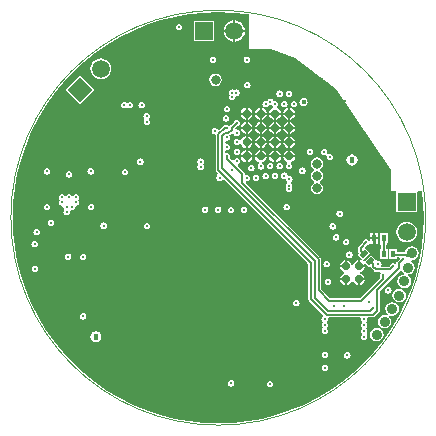
<source format=gbl>
G04 Layer_Physical_Order=4*
G04 Layer_Color=16711680*
%FSLAX44Y44*%
%MOMM*%
G71*
G01*
G75*
%ADD12C,0.0800*%
%ADD21R,0.4000X0.6000*%
%ADD53C,0.2000*%
%ADD55C,0.1500*%
%ADD56C,0.2200*%
%ADD60C,0.7000*%
%ADD61R,0.4500X0.5000*%
%ADD62R,1.5000X1.5000*%
%ADD63C,1.5000*%
%ADD64R,1.5000X1.5000*%
%ADD65P,2.1213X4X90.0*%
%ADD66C,0.3000*%
%ADD67C,0.9000*%
%ADD68C,0.8000*%
%ADD69C,0.4500*%
G04:AMPARAMS|DCode=70|XSize=0.4mm|YSize=0.6mm|CornerRadius=0mm|HoleSize=0mm|Usage=FLASHONLY|Rotation=315.000|XOffset=0mm|YOffset=0mm|HoleType=Round|Shape=Rectangle|*
%AMROTATEDRECTD70*
4,1,4,-0.3535,-0.0707,0.0707,0.3535,0.3535,0.0707,-0.0707,-0.3535,-0.3535,-0.0707,0.0*
%
%ADD70ROTATEDRECTD70*%

G36*
X12415Y173582D02*
X24766Y172255D01*
X25989Y172034D01*
X26000Y172000D01*
Y143000D01*
X45000D01*
X65000Y135000D01*
X100000Y109000D01*
X146000Y40000D01*
Y23000D01*
X150048D01*
X150700Y22000D01*
X150700Y21730D01*
Y4600D01*
X168100D01*
Y21730D01*
X168100Y22000D01*
X168752Y23000D01*
X172444D01*
X173582Y12415D01*
X174026Y0D01*
X173582Y-12415D01*
X172255Y-24766D01*
X170049Y-36992D01*
X166977Y-49029D01*
X163053Y-60816D01*
X158300Y-72293D01*
X152739Y-83402D01*
X146400Y-94086D01*
X139315Y-104290D01*
X131520Y-113963D01*
X123055Y-123055D01*
X113963Y-131520D01*
X104290Y-139315D01*
X94086Y-146400D01*
X83402Y-152739D01*
X72293Y-158300D01*
X60816Y-163053D01*
X49029Y-166977D01*
X36992Y-170049D01*
X24766Y-172255D01*
X12415Y-173582D01*
X0Y-174026D01*
X-12415Y-173582D01*
X-24766Y-172255D01*
X-36992Y-170049D01*
X-49029Y-166977D01*
X-60816Y-163053D01*
X-72293Y-158300D01*
X-83402Y-152739D01*
X-94086Y-146400D01*
X-104290Y-139315D01*
X-113963Y-131520D01*
X-123055Y-123055D01*
X-131520Y-113963D01*
X-139315Y-104290D01*
X-146400Y-94086D01*
X-152739Y-83402D01*
X-158300Y-72293D01*
X-163053Y-60816D01*
X-166977Y-49029D01*
X-170049Y-36992D01*
X-172255Y-24766D01*
X-173582Y-12415D01*
X-174026Y0D01*
X-173582Y12415D01*
X-172255Y24766D01*
X-170049Y36992D01*
X-166977Y49029D01*
X-163053Y60816D01*
X-158300Y72293D01*
X-152739Y83402D01*
X-146400Y94086D01*
X-139315Y104290D01*
X-131520Y113963D01*
X-123055Y123055D01*
X-113963Y131520D01*
X-104290Y139315D01*
X-94086Y146400D01*
X-83402Y152739D01*
X-72293Y158300D01*
X-60816Y163053D01*
X-49029Y166977D01*
X-36992Y170049D01*
X-24766Y172255D01*
X-12415Y173582D01*
X0Y174026D01*
X12415Y173582D01*
D02*
G37*
%LPC*%
G36*
X47950Y38303D02*
X46897Y38093D01*
X46003Y37497D01*
X45407Y36604D01*
X45197Y35550D01*
X45407Y34497D01*
X46003Y33603D01*
X46897Y33007D01*
X47950Y32797D01*
X49004Y33007D01*
X49897Y33603D01*
X50493Y34497D01*
X50703Y35550D01*
X50493Y36604D01*
X49897Y37497D01*
X49004Y38093D01*
X47950Y38303D01*
D02*
G37*
G36*
X-126400Y39353D02*
X-127453Y39143D01*
X-128347Y38547D01*
X-128943Y37654D01*
X-129153Y36600D01*
X-128943Y35547D01*
X-128347Y34653D01*
X-127453Y34057D01*
X-126400Y33847D01*
X-125346Y34057D01*
X-124453Y34653D01*
X-123857Y35547D01*
X-123647Y36600D01*
X-123857Y37654D01*
X-124453Y38547D01*
X-125346Y39143D01*
X-126400Y39353D01*
D02*
G37*
G36*
X31950Y36703D02*
X30896Y36493D01*
X30003Y35897D01*
X29407Y35003D01*
X29197Y33950D01*
X29407Y32896D01*
X30003Y32003D01*
X30896Y31407D01*
X31950Y31197D01*
X33003Y31407D01*
X33897Y32003D01*
X34493Y32896D01*
X34703Y33950D01*
X34493Y35003D01*
X33897Y35897D01*
X33003Y36493D01*
X31950Y36703D01*
D02*
G37*
G36*
X39950Y38203D02*
X38897Y37993D01*
X38003Y37397D01*
X37407Y36504D01*
X37197Y35450D01*
X37407Y34397D01*
X38003Y33503D01*
X38897Y32907D01*
X39950Y32697D01*
X41003Y32907D01*
X41897Y33503D01*
X42493Y34397D01*
X42703Y35450D01*
X42493Y36504D01*
X41897Y37397D01*
X41003Y37993D01*
X39950Y38203D01*
D02*
G37*
G36*
X-79100Y41553D02*
X-80154Y41343D01*
X-81047Y40747D01*
X-81643Y39853D01*
X-81853Y38800D01*
X-81643Y37747D01*
X-81047Y36853D01*
X-80154Y36257D01*
X-79100Y36047D01*
X-78046Y36257D01*
X-77153Y36853D01*
X-76557Y37747D01*
X-76347Y38800D01*
X-76557Y39853D01*
X-77153Y40747D01*
X-78046Y41343D01*
X-79100Y41553D01*
D02*
G37*
G36*
X71250Y42503D02*
X70196Y42293D01*
X69303Y41697D01*
X68707Y40803D01*
X68497Y39750D01*
X68707Y38696D01*
X69303Y37803D01*
X70196Y37207D01*
X71250Y36997D01*
X72304Y37207D01*
X73197Y37803D01*
X73793Y38696D01*
X74003Y39750D01*
X73793Y40803D01*
X73197Y41697D01*
X72304Y42293D01*
X71250Y42503D01*
D02*
G37*
G36*
X27900Y44853D02*
X26846Y44643D01*
X25953Y44047D01*
X25357Y43154D01*
X25147Y42100D01*
X25357Y41047D01*
X25953Y40153D01*
X26846Y39557D01*
X27900Y39347D01*
X28953Y39557D01*
X29847Y40153D01*
X30443Y41047D01*
X30653Y42100D01*
X30443Y43154D01*
X29847Y44047D01*
X28953Y44643D01*
X27900Y44853D01*
D02*
G37*
G36*
X-145000Y41953D02*
X-146053Y41743D01*
X-146947Y41147D01*
X-147543Y40254D01*
X-147753Y39200D01*
X-147543Y38147D01*
X-146947Y37253D01*
X-146053Y36657D01*
X-145000Y36447D01*
X-143947Y36657D01*
X-143053Y37253D01*
X-142457Y38147D01*
X-142247Y39200D01*
X-142457Y40254D01*
X-143053Y41147D01*
X-143947Y41743D01*
X-145000Y41953D01*
D02*
G37*
G36*
X-108100D02*
X-109153Y41743D01*
X-110047Y41147D01*
X-110643Y40254D01*
X-110853Y39200D01*
X-110643Y38147D01*
X-110047Y37253D01*
X-109153Y36657D01*
X-108100Y36447D01*
X-107046Y36657D01*
X-106153Y37253D01*
X-105557Y38147D01*
X-105347Y39200D01*
X-105557Y40254D01*
X-106153Y41147D01*
X-107046Y41743D01*
X-108100Y41953D01*
D02*
G37*
G36*
X-100Y9553D02*
X-1154Y9343D01*
X-2047Y8747D01*
X-2643Y7854D01*
X-2853Y6800D01*
X-2643Y5746D01*
X-2047Y4853D01*
X-1154Y4257D01*
X-100Y4047D01*
X953Y4257D01*
X1847Y4853D01*
X2443Y5746D01*
X2653Y6800D01*
X2443Y7854D01*
X1847Y8747D01*
X953Y9343D01*
X-100Y9553D01*
D02*
G37*
G36*
X-145000Y11753D02*
X-146053Y11543D01*
X-146947Y10947D01*
X-147543Y10053D01*
X-147753Y9000D01*
X-147543Y7947D01*
X-146947Y7053D01*
X-146053Y6457D01*
X-145000Y6247D01*
X-143947Y6457D01*
X-143053Y7053D01*
X-142457Y7947D01*
X-142247Y9000D01*
X-142457Y10053D01*
X-143053Y10947D01*
X-143947Y11543D01*
X-145000Y11753D01*
D02*
G37*
G36*
X21900Y9453D02*
X20847Y9243D01*
X19953Y8647D01*
X19357Y7753D01*
X19147Y6700D01*
X19357Y5646D01*
X19953Y4753D01*
X20847Y4157D01*
X21900Y3947D01*
X22954Y4157D01*
X23847Y4753D01*
X24443Y5646D01*
X24653Y6700D01*
X24443Y7753D01*
X23847Y8647D01*
X22954Y9243D01*
X21900Y9453D01*
D02*
G37*
G36*
X-11100Y9553D02*
X-12154Y9343D01*
X-13047Y8747D01*
X-13643Y7854D01*
X-13853Y6800D01*
X-13643Y5746D01*
X-13047Y4853D01*
X-12154Y4257D01*
X-11100Y4047D01*
X-10046Y4257D01*
X-9153Y4853D01*
X-8557Y5746D01*
X-8347Y6800D01*
X-8557Y7854D01*
X-9153Y8747D01*
X-10046Y9343D01*
X-11100Y9553D01*
D02*
G37*
G36*
X57800Y11853D02*
X56747Y11643D01*
X55853Y11047D01*
X55257Y10153D01*
X55047Y9100D01*
X55257Y8047D01*
X55853Y7153D01*
X56747Y6557D01*
X57800Y6347D01*
X58854Y6557D01*
X59747Y7153D01*
X60343Y8047D01*
X60553Y9100D01*
X60343Y10153D01*
X59747Y11047D01*
X58854Y11643D01*
X57800Y11853D01*
D02*
G37*
G36*
X83600Y51102D02*
X81571Y50698D01*
X79851Y49549D01*
X78702Y47829D01*
X78298Y45800D01*
X78702Y43771D01*
X79851Y42051D01*
X80805Y41414D01*
Y39886D01*
X79851Y39249D01*
X78702Y37529D01*
X78298Y35500D01*
X78702Y33471D01*
X79851Y31751D01*
X80887Y31058D01*
Y29541D01*
X79851Y28849D01*
X78702Y27129D01*
X78298Y25100D01*
X78702Y23071D01*
X79851Y21351D01*
X81571Y20202D01*
X83600Y19798D01*
X85629Y20202D01*
X87349Y21351D01*
X88498Y23071D01*
X88902Y25100D01*
X88498Y27129D01*
X87349Y28849D01*
X86313Y29541D01*
Y31058D01*
X87349Y31751D01*
X88498Y33471D01*
X88902Y35500D01*
X88498Y37529D01*
X87349Y39249D01*
X86395Y39886D01*
Y41414D01*
X87349Y42051D01*
X88498Y43771D01*
X88902Y45800D01*
X88498Y47829D01*
X87349Y49549D01*
X85629Y50698D01*
X83600Y51102D01*
D02*
G37*
G36*
X55950Y38403D02*
X54896Y38193D01*
X54003Y37597D01*
X53407Y36704D01*
X53197Y35650D01*
X53407Y34597D01*
X54003Y33703D01*
X54896Y33107D01*
X55950Y32897D01*
X56222Y32951D01*
X57233Y32661D01*
X57562Y32021D01*
X57657Y31546D01*
X58213Y30713D01*
X58251Y30650D01*
X58179Y29446D01*
X58163Y29186D01*
X57953Y29047D01*
X57357Y28154D01*
X57147Y27100D01*
X57357Y26047D01*
X57555Y25750D01*
X57357Y25454D01*
X57147Y24400D01*
X57357Y23347D01*
X57953Y22453D01*
X58847Y21857D01*
X59900Y21647D01*
X60953Y21857D01*
X61847Y22453D01*
X62443Y23347D01*
X62653Y24400D01*
X62443Y25454D01*
X62245Y25750D01*
X62443Y26047D01*
X62653Y27100D01*
X62492Y27910D01*
X62443Y28154D01*
X61887Y28987D01*
X61849Y29050D01*
X61921Y30254D01*
X61937Y30514D01*
X62147Y30653D01*
X62743Y31546D01*
X62953Y32600D01*
X62743Y33654D01*
X62147Y34547D01*
X61253Y35143D01*
X60200Y35353D01*
X59928Y35299D01*
X58917Y35589D01*
X58588Y36229D01*
X58493Y36704D01*
X57897Y37597D01*
X57003Y38193D01*
X55950Y38403D01*
D02*
G37*
G36*
X-107600Y11953D02*
X-108653Y11743D01*
X-109547Y11147D01*
X-110143Y10253D01*
X-110353Y9200D01*
X-110143Y8146D01*
X-109547Y7253D01*
X-108653Y6657D01*
X-107600Y6447D01*
X-106546Y6657D01*
X-105653Y7253D01*
X-105057Y8146D01*
X-104847Y9200D01*
X-105057Y10253D01*
X-105653Y11147D01*
X-106546Y11743D01*
X-107600Y11953D01*
D02*
G37*
G36*
X-120500Y19953D02*
X-121553Y19743D01*
X-122447Y19147D01*
X-122763Y18673D01*
X-124102Y18621D01*
X-124189Y18651D01*
X-124453Y19047D01*
X-125346Y19643D01*
X-126400Y19853D01*
X-127453Y19643D01*
X-128346Y19047D01*
X-128661Y18576D01*
X-128903Y18511D01*
X-130016Y18555D01*
X-130072Y18576D01*
X-130453Y19147D01*
X-131346Y19743D01*
X-132400Y19953D01*
X-133453Y19743D01*
X-134346Y19147D01*
X-134943Y18254D01*
X-135153Y17200D01*
X-134943Y16147D01*
X-134910Y16097D01*
X-134422Y15100D01*
X-134910Y14103D01*
X-134943Y14053D01*
X-135153Y13000D01*
X-134943Y11947D01*
X-134347Y11053D01*
X-133454Y10457D01*
X-132400Y10247D01*
X-132233Y10280D01*
X-131153Y9200D01*
X-131153Y9200D01*
X-130943Y8146D01*
X-130911Y8097D01*
X-130422Y7100D01*
X-130911Y6103D01*
X-130943Y6054D01*
X-131153Y5000D01*
X-130943Y3947D01*
X-130347Y3053D01*
X-129453Y2457D01*
X-128400Y2247D01*
X-127346Y2457D01*
X-126453Y3053D01*
X-125857Y3947D01*
X-125647Y5000D01*
X-125759Y5561D01*
X-125732Y5618D01*
X-124818Y6532D01*
X-124761Y6559D01*
X-124200Y6447D01*
X-123146Y6657D01*
X-122253Y7253D01*
X-121657Y8146D01*
X-121447Y9200D01*
X-120400Y10247D01*
X-119347Y10457D01*
X-118453Y11053D01*
X-117857Y11947D01*
X-117647Y13000D01*
X-117857Y14053D01*
X-117920Y14149D01*
X-118553Y15253D01*
X-117957Y16147D01*
X-117747Y17200D01*
X-117957Y18254D01*
X-118553Y19147D01*
X-119446Y19743D01*
X-120500Y19953D01*
D02*
G37*
G36*
X89670Y58163D02*
X88617Y57953D01*
X87723Y57357D01*
X87127Y56463D01*
X86917Y55410D01*
X87127Y54356D01*
X87723Y53463D01*
X88617Y52867D01*
X89670Y52657D01*
X90723Y52867D01*
X90969Y53031D01*
X91252Y52889D01*
X91999Y52191D01*
X91847Y51430D01*
X92057Y50377D01*
X92653Y49483D01*
X93546Y48887D01*
X94600Y48677D01*
X95653Y48887D01*
X96547Y49483D01*
X97143Y50377D01*
X97353Y51430D01*
X97143Y52484D01*
X96547Y53377D01*
X95653Y53973D01*
X94600Y54183D01*
X93546Y53973D01*
X93301Y53809D01*
X93018Y53951D01*
X92271Y54649D01*
X92423Y55410D01*
X92213Y56463D01*
X91617Y57357D01*
X90723Y57953D01*
X89670Y58163D01*
D02*
G37*
G36*
X23200Y56949D02*
X21999Y56710D01*
X20345Y55605D01*
X19240Y53951D01*
X19001Y52750D01*
X23200D01*
Y56949D01*
D02*
G37*
G36*
X47200Y51250D02*
X43001D01*
X43240Y50049D01*
X44345Y48395D01*
X45999Y47290D01*
X47200Y47051D01*
Y51250D01*
D02*
G37*
G36*
X52899D02*
X48700D01*
Y47051D01*
X49901Y47290D01*
X51555Y48395D01*
X52660Y50049D01*
X52899Y51250D01*
D02*
G37*
G36*
X24700Y56949D02*
Y52750D01*
X28899D01*
X28660Y53951D01*
X27555Y55605D01*
X25901Y56710D01*
X24700Y56949D01*
D02*
G37*
G36*
X47200D02*
X45999Y56710D01*
X44345Y55605D01*
X43240Y53951D01*
X43001Y52750D01*
X47200D01*
Y56949D01*
D02*
G37*
G36*
X48700D02*
Y52750D01*
X52899D01*
X52660Y53951D01*
X51555Y55605D01*
X49901Y56710D01*
X48700Y56949D01*
D02*
G37*
G36*
X35200D02*
X33999Y56710D01*
X32345Y55605D01*
X31240Y53951D01*
X31001Y52750D01*
X35200D01*
Y56949D01*
D02*
G37*
G36*
X36700D02*
Y52750D01*
X40899D01*
X40660Y53951D01*
X39555Y55605D01*
X37901Y56710D01*
X36700Y56949D01*
D02*
G37*
G36*
X43950Y46403D02*
X42896Y46193D01*
X42003Y45597D01*
X41407Y44703D01*
X41197Y43650D01*
X41407Y42597D01*
X42003Y41703D01*
X42896Y41107D01*
X43950Y40897D01*
X45003Y41107D01*
X45897Y41703D01*
X46493Y42597D01*
X46703Y43650D01*
X46493Y44703D01*
X45897Y45597D01*
X45003Y46193D01*
X43950Y46403D01*
D02*
G37*
G36*
X64899Y51250D02*
X55001D01*
X55240Y50049D01*
X56345Y48395D01*
X57999Y47290D01*
X58079Y47274D01*
X58347Y45926D01*
X58003Y45697D01*
X57407Y44804D01*
X57197Y43750D01*
X57407Y42696D01*
X58003Y41803D01*
X58896Y41207D01*
X59950Y40997D01*
X61003Y41207D01*
X61897Y41803D01*
X62493Y42696D01*
X62703Y43750D01*
X62493Y44804D01*
X61897Y45697D01*
X61553Y45926D01*
X61821Y47274D01*
X61901Y47290D01*
X63555Y48395D01*
X64660Y50049D01*
X64899Y51250D01*
D02*
G37*
G36*
X-14900Y50253D02*
X-15954Y50043D01*
X-16847Y49447D01*
X-17443Y48554D01*
X-17653Y47500D01*
X-17443Y46446D01*
X-17349Y46305D01*
X-16963Y45288D01*
X-17364Y44372D01*
X-17483Y44194D01*
X-17693Y43140D01*
X-17483Y42087D01*
X-16887Y41193D01*
X-15993Y40597D01*
X-14940Y40387D01*
X-13886Y40597D01*
X-12993Y41193D01*
X-12397Y42087D01*
X-12187Y43140D01*
X-12397Y44194D01*
X-12993Y45087D01*
Y45527D01*
X-12953Y45553D01*
X-12357Y46446D01*
X-12147Y47500D01*
X-12357Y48554D01*
X-12953Y49447D01*
X-13846Y50043D01*
X-14900Y50253D01*
D02*
G37*
G36*
X40899Y51250D02*
X31001D01*
X31240Y50049D01*
X32345Y48395D01*
X33999Y47290D01*
X34559Y47179D01*
X34698Y46691D01*
X34693Y45857D01*
X34003Y45397D01*
X33407Y44503D01*
X33197Y43450D01*
X33407Y42396D01*
X34003Y41503D01*
X34897Y40907D01*
X35950Y40697D01*
X37004Y40907D01*
X37897Y41503D01*
X38493Y42396D01*
X38703Y43450D01*
X38493Y44503D01*
X37897Y45397D01*
X37207Y45857D01*
X37202Y46691D01*
X37341Y47179D01*
X37901Y47290D01*
X39555Y48395D01*
X40660Y50049D01*
X40899Y51250D01*
D02*
G37*
G36*
X51950Y46503D02*
X50897Y46293D01*
X50003Y45697D01*
X49407Y44804D01*
X49197Y43750D01*
X49407Y42696D01*
X50003Y41803D01*
X50897Y41207D01*
X51950Y40997D01*
X53004Y41207D01*
X53897Y41803D01*
X54493Y42696D01*
X54703Y43750D01*
X54493Y44804D01*
X53897Y45697D01*
X53004Y46293D01*
X51950Y46503D01*
D02*
G37*
G36*
X23200Y51250D02*
X19001D01*
X19240Y50049D01*
X20345Y48395D01*
X21999Y47290D01*
X23200Y47051D01*
Y51250D01*
D02*
G37*
G36*
X28899D02*
X24700D01*
Y47051D01*
X25901Y47290D01*
X27555Y48395D01*
X28660Y50049D01*
X28899Y51250D01*
D02*
G37*
G36*
X113150Y53542D02*
X111316Y53177D01*
X110228Y52450D01*
X109700D01*
Y52046D01*
X108723Y50584D01*
X108358Y48750D01*
X108723Y46916D01*
X109700Y45454D01*
Y45050D01*
X110228D01*
X111316Y44323D01*
X113150Y43958D01*
X114984Y44323D01*
X116072Y45050D01*
X116600D01*
Y45454D01*
X117577Y46916D01*
X117942Y48750D01*
X117577Y50584D01*
X116600Y52046D01*
Y52450D01*
X116072D01*
X114984Y53177D01*
X113150Y53542D01*
D02*
G37*
G36*
X-66100Y50253D02*
X-67154Y50043D01*
X-68047Y49447D01*
X-68643Y48554D01*
X-68853Y47500D01*
X-68643Y46446D01*
X-68047Y45553D01*
X-67154Y44957D01*
X-66100Y44747D01*
X-65047Y44957D01*
X-64153Y45553D01*
X-63557Y46446D01*
X-63347Y47500D01*
X-63557Y48554D01*
X-64153Y49447D01*
X-65047Y50043D01*
X-66100Y50253D01*
D02*
G37*
G36*
X107150Y-52850D02*
X102951D01*
X103190Y-54051D01*
X104295Y-55705D01*
X105949Y-56810D01*
X107150Y-57049D01*
Y-52850D01*
D02*
G37*
G36*
X123849D02*
X119650D01*
Y-57049D01*
X120851Y-56810D01*
X122505Y-55705D01*
X123610Y-54051D01*
X123849Y-52850D01*
D02*
G37*
G36*
X66100Y-69347D02*
X65047Y-69557D01*
X64153Y-70153D01*
X63557Y-71047D01*
X63347Y-72100D01*
X63557Y-73154D01*
X64153Y-74047D01*
X65047Y-74643D01*
X66100Y-74853D01*
X67154Y-74643D01*
X68047Y-74047D01*
X68643Y-73154D01*
X68853Y-72100D01*
X68643Y-71047D01*
X68047Y-70153D01*
X67154Y-69557D01*
X66100Y-69347D01*
D02*
G37*
G36*
X144000Y-58847D02*
X142947Y-59057D01*
X142053Y-59653D01*
X141457Y-60546D01*
X141247Y-61600D01*
X141457Y-62653D01*
X142053Y-63547D01*
X142947Y-64143D01*
X144000Y-64353D01*
X145054Y-64143D01*
X145947Y-63547D01*
X146543Y-62653D01*
X146753Y-61600D01*
X146543Y-60546D01*
X145947Y-59653D01*
X145054Y-59057D01*
X144000Y-58847D01*
D02*
G37*
G36*
X92700Y-51347D02*
X91646Y-51557D01*
X90753Y-52153D01*
X90157Y-53046D01*
X89947Y-54100D01*
X90157Y-55153D01*
X90753Y-56047D01*
X91646Y-56643D01*
X92700Y-56853D01*
X93753Y-56643D01*
X94647Y-56047D01*
X95243Y-55153D01*
X95453Y-54100D01*
X95243Y-53046D01*
X94647Y-52153D01*
X93753Y-51557D01*
X92700Y-51347D01*
D02*
G37*
G36*
X107150Y-36151D02*
X105949Y-36390D01*
X104295Y-37495D01*
X103190Y-39149D01*
X102951Y-40350D01*
X107150D01*
Y-36151D01*
D02*
G37*
G36*
X118150Y-36151D02*
X116949Y-36390D01*
X115295Y-37495D01*
X114190Y-39149D01*
X114047Y-39866D01*
X112753D01*
X112610Y-39149D01*
X111505Y-37495D01*
X109851Y-36390D01*
X108650Y-36151D01*
Y-41100D01*
X107900D01*
Y-41850D01*
X102951D01*
X103190Y-43051D01*
X104295Y-44705D01*
X105949Y-45810D01*
X106666Y-45953D01*
Y-47248D01*
X105949Y-47390D01*
X104295Y-48495D01*
X103190Y-50149D01*
X102951Y-51350D01*
X107900D01*
Y-52100D01*
X108650D01*
Y-57049D01*
X109851Y-56810D01*
X111505Y-55705D01*
X112610Y-54051D01*
X112753Y-53334D01*
X114047D01*
X114190Y-54051D01*
X115295Y-55705D01*
X116949Y-56810D01*
X118150Y-57049D01*
Y-52100D01*
X118900D01*
Y-51350D01*
X123849D01*
X123610Y-50149D01*
X122505Y-48495D01*
X120851Y-47390D01*
X120134Y-47248D01*
Y-45953D01*
X120851Y-45810D01*
X122505Y-44705D01*
X123610Y-43051D01*
X123849Y-41850D01*
X118900D01*
Y-41100D01*
X118150D01*
Y-36151D01*
D02*
G37*
G36*
X-155100Y-40447D02*
X-156153Y-40657D01*
X-157047Y-41253D01*
X-157643Y-42147D01*
X-157853Y-43200D01*
X-157643Y-44254D01*
X-157047Y-45147D01*
X-156153Y-45743D01*
X-155100Y-45953D01*
X-154046Y-45743D01*
X-153153Y-45147D01*
X-152557Y-44254D01*
X-152347Y-43200D01*
X-152557Y-42147D01*
X-153153Y-41253D01*
X-154046Y-40657D01*
X-155100Y-40447D01*
D02*
G37*
G36*
X91600Y-36347D02*
X90547Y-36557D01*
X89653Y-37153D01*
X89057Y-38047D01*
X88847Y-39100D01*
X89057Y-40153D01*
X89653Y-41047D01*
X90547Y-41643D01*
X91600Y-41853D01*
X92654Y-41643D01*
X93547Y-41047D01*
X94143Y-40153D01*
X94353Y-39100D01*
X94143Y-38047D01*
X93547Y-37153D01*
X92654Y-36557D01*
X91600Y-36347D01*
D02*
G37*
G36*
X90400Y-124347D02*
X89347Y-124557D01*
X88453Y-125153D01*
X87857Y-126046D01*
X87647Y-127100D01*
X87857Y-128153D01*
X88453Y-129047D01*
X89347Y-129643D01*
X90400Y-129853D01*
X91454Y-129643D01*
X92347Y-129047D01*
X92943Y-128153D01*
X93153Y-127100D01*
X92943Y-126046D01*
X92347Y-125153D01*
X91454Y-124557D01*
X90400Y-124347D01*
D02*
G37*
G36*
X109200Y-113847D02*
X108146Y-114057D01*
X107253Y-114653D01*
X106657Y-115547D01*
X106447Y-116600D01*
X106657Y-117654D01*
X107253Y-118547D01*
X108146Y-119143D01*
X109200Y-119353D01*
X110253Y-119143D01*
X111147Y-118547D01*
X111743Y-117654D01*
X111953Y-116600D01*
X111743Y-115547D01*
X111147Y-114653D01*
X110253Y-114057D01*
X109200Y-113847D01*
D02*
G37*
G36*
X43800Y-138247D02*
X42747Y-138457D01*
X41853Y-139053D01*
X41257Y-139946D01*
X41047Y-141000D01*
X41257Y-142053D01*
X41853Y-142947D01*
X42747Y-143543D01*
X43800Y-143753D01*
X44854Y-143543D01*
X45747Y-142947D01*
X46343Y-142053D01*
X46553Y-141000D01*
X46343Y-139946D01*
X45747Y-139053D01*
X44854Y-138457D01*
X43800Y-138247D01*
D02*
G37*
G36*
X10900Y-137547D02*
X9847Y-137757D01*
X8953Y-138353D01*
X8357Y-139247D01*
X8147Y-140300D01*
X8357Y-141354D01*
X8953Y-142247D01*
X9847Y-142843D01*
X10900Y-143053D01*
X11954Y-142843D01*
X12847Y-142247D01*
X13443Y-141354D01*
X13653Y-140300D01*
X13443Y-139247D01*
X12847Y-138353D01*
X11954Y-137757D01*
X10900Y-137547D01*
D02*
G37*
G36*
X90300Y-113347D02*
X89247Y-113557D01*
X88353Y-114153D01*
X87757Y-115047D01*
X87547Y-116100D01*
X87757Y-117154D01*
X88353Y-118047D01*
X89247Y-118643D01*
X90300Y-118853D01*
X91354Y-118643D01*
X92247Y-118047D01*
X92843Y-117154D01*
X93053Y-116100D01*
X92843Y-115047D01*
X92247Y-114153D01*
X91354Y-113557D01*
X90300Y-113347D01*
D02*
G37*
G36*
X-114400Y-80747D02*
X-115454Y-80957D01*
X-116347Y-81553D01*
X-116943Y-82446D01*
X-117153Y-83500D01*
X-116943Y-84553D01*
X-116347Y-85447D01*
X-115454Y-86043D01*
X-114400Y-86253D01*
X-113347Y-86043D01*
X-112453Y-85447D01*
X-111857Y-84553D01*
X-111647Y-83500D01*
X-111857Y-82446D01*
X-112453Y-81553D01*
X-113347Y-80957D01*
X-114400Y-80747D01*
D02*
G37*
G36*
X147200Y-71388D02*
X144976Y-71831D01*
X143090Y-73091D01*
X141831Y-74976D01*
X141388Y-77200D01*
X141831Y-79424D01*
X143090Y-81309D01*
X143427Y-81534D01*
X142924Y-82631D01*
X140700Y-82188D01*
X138476Y-82631D01*
X136590Y-83890D01*
X135330Y-85776D01*
X134888Y-88000D01*
X135330Y-90224D01*
X136590Y-92109D01*
X138476Y-93369D01*
X140700Y-93812D01*
X142924Y-93369D01*
X144809Y-92109D01*
X146069Y-90224D01*
X146511Y-88000D01*
X146069Y-85776D01*
X144809Y-83890D01*
X144473Y-83665D01*
X144976Y-82569D01*
X147200Y-83012D01*
X149424Y-82569D01*
X151309Y-81309D01*
X152569Y-79424D01*
X153012Y-77200D01*
X152569Y-74976D01*
X151309Y-73091D01*
X149424Y-71831D01*
X147200Y-71388D01*
D02*
G37*
G36*
X-103747Y-96095D02*
X-105580Y-96460D01*
X-106669Y-97187D01*
X-107196D01*
Y-97590D01*
X-108174Y-99053D01*
X-108539Y-100887D01*
X-108174Y-102721D01*
X-107196Y-104183D01*
Y-104587D01*
X-106669D01*
X-105580Y-105314D01*
X-103747Y-105679D01*
X-101913Y-105314D01*
X-100824Y-104587D01*
X-100296D01*
Y-104183D01*
X-99319Y-102721D01*
X-98954Y-100887D01*
X-99319Y-99053D01*
X-100296Y-97590D01*
Y-97187D01*
X-100824D01*
X-101913Y-96460D01*
X-103747Y-96095D01*
D02*
G37*
G36*
X134200Y-93188D02*
X131976Y-93631D01*
X130091Y-94890D01*
X128831Y-96776D01*
X128388Y-99000D01*
X128831Y-101224D01*
X130091Y-103110D01*
X131976Y-104369D01*
X134200Y-104812D01*
X136424Y-104369D01*
X138309Y-103110D01*
X139569Y-101224D01*
X140012Y-99000D01*
X139569Y-96776D01*
X138309Y-94890D01*
X136424Y-93631D01*
X134200Y-93188D01*
D02*
G37*
G36*
X-153800Y-9447D02*
X-154853Y-9657D01*
X-155747Y-10253D01*
X-156343Y-11147D01*
X-156553Y-12200D01*
X-156343Y-13254D01*
X-155747Y-14147D01*
X-154853Y-14743D01*
X-153800Y-14953D01*
X-152746Y-14743D01*
X-151853Y-14147D01*
X-151257Y-13254D01*
X-151047Y-12200D01*
X-151257Y-11147D01*
X-151853Y-10253D01*
X-152746Y-9657D01*
X-153800Y-9447D01*
D02*
G37*
G36*
X96700Y-4647D02*
X95646Y-4857D01*
X94753Y-5453D01*
X94157Y-6346D01*
X93947Y-7400D01*
X94157Y-8454D01*
X94753Y-9347D01*
X95646Y-9943D01*
X96700Y-10153D01*
X97753Y-9943D01*
X98647Y-9347D01*
X99243Y-8454D01*
X99453Y-7400D01*
X99243Y-6346D01*
X98647Y-5453D01*
X97753Y-4857D01*
X96700Y-4647D01*
D02*
G37*
G36*
X131350Y-12900D02*
X128600D01*
Y-16650D01*
X131350D01*
Y-12900D01*
D02*
G37*
G36*
X135600D02*
X132850D01*
Y-16650D01*
X135600D01*
Y-12900D01*
D02*
G37*
G36*
X-60300Y-4147D02*
X-61354Y-4357D01*
X-62247Y-4953D01*
X-62843Y-5846D01*
X-63053Y-6900D01*
X-62843Y-7954D01*
X-62247Y-8847D01*
X-61354Y-9443D01*
X-60300Y-9653D01*
X-59247Y-9443D01*
X-58353Y-8847D01*
X-57757Y-7954D01*
X-57547Y-6900D01*
X-57757Y-5846D01*
X-58353Y-4953D01*
X-59247Y-4357D01*
X-60300Y-4147D01*
D02*
G37*
G36*
X102800Y6253D02*
X101747Y6043D01*
X100853Y5447D01*
X100257Y4554D01*
X100047Y3500D01*
X100257Y2447D01*
X100853Y1553D01*
X101747Y957D01*
X102800Y747D01*
X103854Y957D01*
X104747Y1553D01*
X105343Y2447D01*
X105553Y3500D01*
X105343Y4554D01*
X104747Y5447D01*
X103854Y6043D01*
X102800Y6253D01*
D02*
G37*
G36*
X10600Y9353D02*
X9546Y9143D01*
X8653Y8547D01*
X8057Y7653D01*
X7847Y6600D01*
X8057Y5547D01*
X8653Y4653D01*
X9546Y4057D01*
X10600Y3847D01*
X11653Y4057D01*
X12547Y4653D01*
X13143Y5547D01*
X13353Y6600D01*
X13143Y7653D01*
X12547Y8547D01*
X11653Y9143D01*
X10600Y9353D01*
D02*
G37*
G36*
X-97100Y-3947D02*
X-98153Y-4157D01*
X-99047Y-4753D01*
X-99643Y-5646D01*
X-99853Y-6700D01*
X-99643Y-7753D01*
X-99047Y-8647D01*
X-98153Y-9243D01*
X-97100Y-9453D01*
X-96046Y-9243D01*
X-95153Y-8647D01*
X-94557Y-7753D01*
X-94347Y-6700D01*
X-94557Y-5646D01*
X-95153Y-4753D01*
X-96046Y-4157D01*
X-97100Y-3947D01*
D02*
G37*
G36*
X-141600Y-1447D02*
X-142654Y-1657D01*
X-143547Y-2253D01*
X-144143Y-3146D01*
X-144353Y-4200D01*
X-144143Y-5253D01*
X-143547Y-6147D01*
X-142654Y-6743D01*
X-141600Y-6953D01*
X-140547Y-6743D01*
X-139653Y-6147D01*
X-139057Y-5253D01*
X-138847Y-4200D01*
X-139057Y-3146D01*
X-139653Y-2253D01*
X-140547Y-1657D01*
X-141600Y-1447D01*
D02*
G37*
G36*
X143300Y-13200D02*
X136900D01*
Y-21600D01*
X137001D01*
X137247Y-21900D01*
X137457Y-22954D01*
X137757Y-23403D01*
Y-26200D01*
X136900D01*
Y-34600D01*
X143300D01*
Y-26200D01*
X142243D01*
Y-23403D01*
X142543Y-22954D01*
X142753Y-21900D01*
X142999Y-21600D01*
X143300D01*
Y-13200D01*
D02*
G37*
G36*
X110900Y-28547D02*
X109846Y-28757D01*
X108953Y-29353D01*
X108357Y-30247D01*
X108147Y-31300D01*
X108357Y-32353D01*
X108953Y-33247D01*
X109846Y-33843D01*
X110900Y-34053D01*
X111953Y-33843D01*
X112847Y-33247D01*
X113443Y-32353D01*
X113653Y-31300D01*
X113443Y-30247D01*
X112847Y-29353D01*
X111953Y-28757D01*
X110900Y-28547D01*
D02*
G37*
G36*
X-114400Y-30487D02*
X-115454Y-30697D01*
X-116347Y-31293D01*
X-116943Y-32187D01*
X-117153Y-33240D01*
X-116943Y-34293D01*
X-116347Y-35187D01*
X-115454Y-35783D01*
X-114400Y-35993D01*
X-113347Y-35783D01*
X-112453Y-35187D01*
X-111857Y-34293D01*
X-111647Y-33240D01*
X-111857Y-32187D01*
X-112453Y-31293D01*
X-113347Y-30697D01*
X-114400Y-30487D01*
D02*
G37*
G36*
X-127100Y-30347D02*
X-128153Y-30557D01*
X-129047Y-31153D01*
X-129643Y-32046D01*
X-129853Y-33100D01*
X-129643Y-34153D01*
X-129047Y-35047D01*
X-128153Y-35643D01*
X-127100Y-35853D01*
X-126046Y-35643D01*
X-125153Y-35047D01*
X-124557Y-34153D01*
X-124347Y-33100D01*
X-124557Y-32046D01*
X-125153Y-31153D01*
X-126046Y-30557D01*
X-127100Y-30347D01*
D02*
G37*
G36*
X-155600Y-19647D02*
X-156653Y-19857D01*
X-157547Y-20453D01*
X-158143Y-21346D01*
X-158353Y-22400D01*
X-158143Y-23454D01*
X-157547Y-24347D01*
X-156653Y-24943D01*
X-155600Y-25153D01*
X-154546Y-24943D01*
X-153653Y-24347D01*
X-153057Y-23454D01*
X-152847Y-22400D01*
X-153057Y-21346D01*
X-153653Y-20453D01*
X-154546Y-19857D01*
X-155600Y-19647D01*
D02*
G37*
G36*
X159400Y-3325D02*
X157129Y-3624D01*
X155013Y-4501D01*
X153195Y-5895D01*
X151801Y-7713D01*
X150924Y-9829D01*
X150625Y-12100D01*
X150924Y-14371D01*
X151801Y-16487D01*
X153195Y-18305D01*
X155013Y-19699D01*
X157129Y-20576D01*
X159400Y-20875D01*
X161671Y-20576D01*
X163788Y-19699D01*
X165605Y-18305D01*
X166999Y-16487D01*
X167876Y-14371D01*
X168175Y-12100D01*
X167876Y-9829D01*
X166999Y-7713D01*
X165605Y-5895D01*
X163788Y-4501D01*
X161671Y-3624D01*
X159400Y-3325D01*
D02*
G37*
G36*
X99800Y-13847D02*
X98747Y-14057D01*
X97853Y-14653D01*
X97257Y-15546D01*
X97047Y-16600D01*
X97257Y-17653D01*
X97853Y-18547D01*
X98747Y-19143D01*
X99800Y-19353D01*
X100854Y-19143D01*
X101747Y-18547D01*
X102343Y-17653D01*
X102553Y-16600D01*
X102343Y-15546D01*
X101747Y-14653D01*
X100854Y-14057D01*
X99800Y-13847D01*
D02*
G37*
G36*
X108300Y-17847D02*
X107247Y-18057D01*
X106353Y-18653D01*
X105757Y-19547D01*
X105547Y-20600D01*
X105757Y-21653D01*
X106353Y-22547D01*
X107247Y-23143D01*
X108300Y-23353D01*
X109354Y-23143D01*
X110247Y-22547D01*
X110843Y-21653D01*
X111053Y-20600D01*
X110843Y-19547D01*
X110247Y-18653D01*
X109354Y-18057D01*
X108300Y-17847D01*
D02*
G37*
G36*
X135600Y-18150D02*
X132850D01*
Y-21900D01*
X135600D01*
Y-18150D01*
D02*
G37*
G36*
X59200Y56949D02*
X57999Y56710D01*
X56345Y55605D01*
X55240Y53951D01*
X55001Y52750D01*
X59200D01*
Y56949D01*
D02*
G37*
G36*
X36700Y92949D02*
Y88750D01*
X40899D01*
X40660Y89951D01*
X39555Y91605D01*
X37901Y92710D01*
X36700Y92949D01*
D02*
G37*
G36*
X59200D02*
X57999Y92710D01*
X56345Y91605D01*
X55240Y89951D01*
X55001Y88750D01*
X59200D01*
Y92949D01*
D02*
G37*
G36*
X24700D02*
Y88750D01*
X28899D01*
X28660Y89951D01*
X27555Y91605D01*
X25901Y92710D01*
X24700Y92949D01*
D02*
G37*
G36*
X35200D02*
X33999Y92710D01*
X32345Y91605D01*
X31240Y89951D01*
X31001Y88750D01*
X35200D01*
Y92949D01*
D02*
G37*
G36*
X60700D02*
Y88750D01*
X64899D01*
X64660Y89951D01*
X63555Y91605D01*
X61901Y92710D01*
X60700Y92949D01*
D02*
G37*
G36*
X-65000Y98253D02*
X-66054Y98043D01*
X-66947Y97447D01*
X-67543Y96553D01*
X-67753Y95500D01*
X-67543Y94446D01*
X-66947Y93553D01*
X-66054Y92957D01*
X-65000Y92747D01*
X-63946Y92957D01*
X-63053Y93553D01*
X-62457Y94446D01*
X-62247Y95500D01*
X-62457Y96553D01*
X-63053Y97447D01*
X-63946Y98043D01*
X-65000Y98253D01*
D02*
G37*
G36*
X55950Y99003D02*
X54896Y98793D01*
X54003Y98197D01*
X53407Y97303D01*
X53197Y96250D01*
X53407Y95197D01*
X54003Y94303D01*
X54896Y93707D01*
X55950Y93497D01*
X57003Y93707D01*
X57897Y94303D01*
X58493Y95197D01*
X58703Y96250D01*
X58493Y97303D01*
X57897Y98197D01*
X57003Y98793D01*
X55950Y99003D01*
D02*
G37*
G36*
X7400Y94753D02*
X6346Y94543D01*
X5453Y93947D01*
X4857Y93054D01*
X4647Y92000D01*
X4857Y90947D01*
X5453Y90053D01*
X6346Y89457D01*
X7400Y89247D01*
X8454Y89457D01*
X9347Y90053D01*
X9943Y90947D01*
X10153Y92000D01*
X9943Y93054D01*
X9347Y93947D01*
X8454Y94543D01*
X7400Y94753D01*
D02*
G37*
G36*
X-80000Y98253D02*
X-81053Y98043D01*
X-81947Y97447D01*
X-82543Y96553D01*
X-82753Y95500D01*
X-82543Y94446D01*
X-81947Y93553D01*
X-81053Y92957D01*
X-80000Y92747D01*
X-78946Y92957D01*
X-78327Y93370D01*
X-78053Y93553D01*
X-76729Y93250D01*
X-76028Y92782D01*
X-74975Y92572D01*
X-73921Y92782D01*
X-73028Y93378D01*
X-72432Y94271D01*
X-72222Y95325D01*
X-72432Y96378D01*
X-73028Y97272D01*
X-73921Y97868D01*
X-74975Y98078D01*
X-76028Y97868D01*
X-76648Y97455D01*
X-76922Y97272D01*
X-78246Y97575D01*
X-78946Y98043D01*
X-80000Y98253D01*
D02*
G37*
G36*
X35200Y87250D02*
X31001D01*
X31240Y86049D01*
X32345Y84395D01*
X33999Y83290D01*
X35200Y83051D01*
Y87250D01*
D02*
G37*
G36*
X40899D02*
X36700D01*
Y83051D01*
X37901Y83290D01*
X39555Y84395D01*
X40660Y86049D01*
X40899Y87250D01*
D02*
G37*
G36*
X23200D02*
X19001D01*
X19240Y86049D01*
X20345Y84395D01*
X21999Y83290D01*
X23200Y83051D01*
Y87250D01*
D02*
G37*
G36*
X28899D02*
X24700D01*
Y83051D01*
X25901Y83290D01*
X27555Y84395D01*
X28660Y86049D01*
X28899Y87250D01*
D02*
G37*
G36*
X47200D02*
X43001D01*
X43240Y86049D01*
X44345Y84395D01*
X45999Y83290D01*
X47200Y83051D01*
Y87250D01*
D02*
G37*
G36*
X64899D02*
X60700D01*
Y83051D01*
X61901Y83290D01*
X63555Y84395D01*
X64660Y86049D01*
X64899Y87250D01*
D02*
G37*
G36*
X23200Y92949D02*
X21999Y92710D01*
X20345Y91605D01*
X19240Y89951D01*
X19001Y88750D01*
X23200D01*
Y92949D01*
D02*
G37*
G36*
X52899Y87250D02*
X48700D01*
Y83051D01*
X49901Y83290D01*
X51555Y84395D01*
X52660Y86049D01*
X52899Y87250D01*
D02*
G37*
G36*
X59200D02*
X55001D01*
X55240Y86049D01*
X56345Y84395D01*
X57999Y83290D01*
X59200Y83051D01*
Y87250D01*
D02*
G37*
G36*
X24100Y136453D02*
X23047Y136243D01*
X22153Y135647D01*
X21557Y134754D01*
X21347Y133700D01*
X21557Y132647D01*
X22153Y131753D01*
X23047Y131157D01*
X24100Y130947D01*
X25154Y131157D01*
X26047Y131753D01*
X26643Y132647D01*
X26853Y133700D01*
X26643Y134754D01*
X26047Y135647D01*
X25154Y136243D01*
X24100Y136453D01*
D02*
G37*
G36*
X12650Y157250D02*
X4421D01*
X4632Y155651D01*
X5538Y153461D01*
X6981Y151581D01*
X8861Y150139D01*
X11050Y149232D01*
X12650Y149021D01*
Y157250D01*
D02*
G37*
G36*
X-99500Y134875D02*
X-101771Y134576D01*
X-103888Y133699D01*
X-105705Y132305D01*
X-107099Y130487D01*
X-107976Y128371D01*
X-108275Y126100D01*
X-107976Y123829D01*
X-107099Y121713D01*
X-105705Y119895D01*
X-103888Y118501D01*
X-101771Y117624D01*
X-99500Y117325D01*
X-97229Y117624D01*
X-95112Y118501D01*
X-93295Y119895D01*
X-91901Y121713D01*
X-91024Y123829D01*
X-90725Y126100D01*
X-91024Y128371D01*
X-91901Y130487D01*
X-93295Y132305D01*
X-95112Y133699D01*
X-97229Y134576D01*
X-99500Y134875D01*
D02*
G37*
G36*
X-4600Y136453D02*
X-5653Y136243D01*
X-6547Y135647D01*
X-7143Y134754D01*
X-7353Y133700D01*
X-7143Y132647D01*
X-6547Y131753D01*
X-5653Y131157D01*
X-4600Y130947D01*
X-3546Y131157D01*
X-2653Y131753D01*
X-2057Y132647D01*
X-1847Y133700D01*
X-2057Y134754D01*
X-2653Y135647D01*
X-3546Y136243D01*
X-4600Y136453D01*
D02*
G37*
G36*
X22379Y157250D02*
X14150D01*
Y149021D01*
X15749Y149232D01*
X17939Y150139D01*
X19819Y151581D01*
X21261Y153461D01*
X22168Y155651D01*
X22379Y157250D01*
D02*
G37*
G36*
X12650Y166979D02*
X11050Y166768D01*
X8861Y165861D01*
X6981Y164419D01*
X5538Y162539D01*
X4632Y160350D01*
X4421Y158750D01*
X12650D01*
Y166979D01*
D02*
G37*
G36*
X14150D02*
Y158750D01*
X22379D01*
X22168Y160350D01*
X21261Y162539D01*
X19819Y164419D01*
X17939Y165861D01*
X15749Y166768D01*
X14150Y166979D01*
D02*
G37*
G36*
X-3300Y166700D02*
X-20700D01*
Y149300D01*
X-3300D01*
Y166700D01*
D02*
G37*
G36*
X-33300Y164253D02*
X-34353Y164043D01*
X-35247Y163447D01*
X-35843Y162554D01*
X-36053Y161500D01*
X-35843Y160446D01*
X-35247Y159553D01*
X-34353Y158957D01*
X-33300Y158747D01*
X-32246Y158957D01*
X-31353Y159553D01*
X-30757Y160446D01*
X-30547Y161500D01*
X-30757Y162554D01*
X-31353Y163447D01*
X-32246Y164043D01*
X-33300Y164253D01*
D02*
G37*
G36*
X-117460Y120443D02*
X-129764Y108139D01*
X-117460Y95836D01*
X-105157Y108139D01*
X-117460Y120443D01*
D02*
G37*
G36*
X43950Y100942D02*
X42896Y100733D01*
X42003Y100136D01*
X41780Y99802D01*
X41003Y98793D01*
X39950Y99003D01*
X38897Y98793D01*
X38003Y98197D01*
X37407Y97303D01*
X37197Y96250D01*
X37407Y95197D01*
X38003Y94303D01*
X38897Y93707D01*
X39950Y93497D01*
X41003Y93707D01*
X41897Y94303D01*
X42493Y95197D01*
X43840Y95459D01*
X43950Y95437D01*
X44060Y95458D01*
X45407Y95197D01*
X46003Y94303D01*
X46347Y94074D01*
X46079Y92726D01*
X45999Y92710D01*
X44345Y91605D01*
X43240Y89951D01*
X43001Y88750D01*
X52899D01*
X52660Y89951D01*
X51555Y91605D01*
X49901Y92710D01*
X49821Y92726D01*
X49553Y94074D01*
X49897Y94303D01*
X50493Y95197D01*
X50703Y96250D01*
X50493Y97303D01*
X49897Y98197D01*
X49004Y98793D01*
X47950Y99003D01*
X46897Y98793D01*
X46555Y98935D01*
X46493Y99243D01*
X45897Y100136D01*
X45003Y100733D01*
X43950Y100942D01*
D02*
G37*
G36*
X63950Y99003D02*
X62896Y98793D01*
X62003Y98197D01*
X61407Y97303D01*
X61197Y96250D01*
X61407Y95197D01*
X62003Y94303D01*
X62896Y93707D01*
X63950Y93497D01*
X65003Y93707D01*
X65897Y94303D01*
X66493Y95197D01*
X66703Y96250D01*
X66493Y97303D01*
X65897Y98197D01*
X65003Y98793D01*
X63950Y99003D01*
D02*
G37*
G36*
X72200Y101318D02*
X70854Y101050D01*
X69713Y100287D01*
X68950Y99146D01*
X68682Y97800D01*
X68950Y96454D01*
X69713Y95313D01*
X70854Y94550D01*
X72200Y94282D01*
X73546Y94550D01*
X74687Y95313D01*
X75450Y96454D01*
X75718Y97800D01*
X75450Y99146D01*
X74687Y100287D01*
X73546Y101050D01*
X72200Y101318D01*
D02*
G37*
G36*
X59950Y107803D02*
X58896Y107593D01*
X58003Y106997D01*
X57407Y106103D01*
X57197Y105050D01*
X57407Y103996D01*
X58003Y103103D01*
X58896Y102507D01*
X59950Y102297D01*
X61003Y102507D01*
X61897Y103103D01*
X62493Y103996D01*
X62703Y105050D01*
X62493Y106103D01*
X61897Y106997D01*
X61003Y107593D01*
X59950Y107803D01*
D02*
G37*
G36*
X24500Y115153D02*
X23447Y114943D01*
X22553Y114347D01*
X21957Y113454D01*
X21747Y112400D01*
X21957Y111347D01*
X22553Y110453D01*
X23447Y109857D01*
X24500Y109647D01*
X25554Y109857D01*
X26447Y110453D01*
X27043Y111347D01*
X27253Y112400D01*
X27043Y113454D01*
X26447Y114347D01*
X25554Y114943D01*
X24500Y115153D01*
D02*
G37*
G36*
X-2300Y122002D02*
X-4329Y121598D01*
X-6049Y120449D01*
X-7198Y118729D01*
X-7602Y116700D01*
X-7198Y114671D01*
X-6049Y112951D01*
X-4329Y111802D01*
X-2300Y111398D01*
X-271Y111802D01*
X1449Y112951D01*
X2598Y114671D01*
X3002Y116700D01*
X2598Y118729D01*
X1449Y120449D01*
X-271Y121598D01*
X-2300Y122002D01*
D02*
G37*
G36*
X51950Y107803D02*
X50897Y107593D01*
X50003Y106997D01*
X49407Y106103D01*
X49197Y105050D01*
X49407Y103996D01*
X50003Y103103D01*
X50897Y102507D01*
X51950Y102297D01*
X53004Y102507D01*
X53897Y103103D01*
X54493Y103996D01*
X54703Y105050D01*
X54493Y106103D01*
X53897Y106997D01*
X53004Y107593D01*
X51950Y107803D01*
D02*
G37*
G36*
X15330Y108623D02*
X14276Y108413D01*
X13563Y107936D01*
X12953Y108343D01*
X11900Y108553D01*
X10847Y108343D01*
X9953Y107747D01*
X9357Y106854D01*
X9147Y105800D01*
X9357Y104747D01*
X9826Y104045D01*
X9813Y104037D01*
X9217Y103144D01*
X9007Y102090D01*
X9217Y101037D01*
X9813Y100143D01*
X10706Y99547D01*
X11760Y99337D01*
X12814Y99547D01*
X13707Y100143D01*
X14303Y101037D01*
X14513Y102090D01*
X15330Y103117D01*
X16384Y103327D01*
X17277Y103923D01*
X17873Y104817D01*
X18083Y105870D01*
X17873Y106924D01*
X17277Y107817D01*
X16384Y108413D01*
X15330Y108623D01*
D02*
G37*
G36*
X6600Y86753D02*
X5547Y86543D01*
X4653Y85947D01*
X4057Y85054D01*
X3847Y84000D01*
X4057Y82947D01*
X4653Y82053D01*
X5547Y81457D01*
X6600Y81247D01*
X7653Y81457D01*
X8547Y82053D01*
X9143Y82947D01*
X9353Y84000D01*
X9143Y85054D01*
X8547Y85947D01*
X7653Y86543D01*
X6600Y86753D01*
D02*
G37*
G36*
X35200Y68949D02*
X33999Y68710D01*
X32345Y67605D01*
X31240Y65951D01*
X31001Y64750D01*
X35200D01*
Y68949D01*
D02*
G37*
G36*
X36700D02*
Y64750D01*
X40899D01*
X40660Y65951D01*
X39555Y67605D01*
X37901Y68710D01*
X36700Y68949D01*
D02*
G37*
G36*
X64899Y63250D02*
X60700D01*
Y59051D01*
X61901Y59290D01*
X63555Y60395D01*
X64660Y62049D01*
X64899Y63250D01*
D02*
G37*
G36*
X24700Y68949D02*
Y64750D01*
X28899D01*
X28660Y65951D01*
X27555Y67605D01*
X25901Y68710D01*
X24700Y68949D01*
D02*
G37*
G36*
X47200D02*
X45999Y68710D01*
X44345Y67605D01*
X43240Y65951D01*
X43001Y64750D01*
X47200D01*
Y68949D01*
D02*
G37*
G36*
X60700D02*
Y64750D01*
X64899D01*
X64660Y65951D01*
X63555Y67605D01*
X61901Y68710D01*
X60700Y68949D01*
D02*
G37*
G36*
X23200D02*
X21999Y68710D01*
X20345Y67605D01*
X19240Y65951D01*
X19201Y65752D01*
X17853Y65488D01*
X17547Y65947D01*
X16653Y66543D01*
X15600Y66753D01*
X14547Y66543D01*
X13653Y65947D01*
X13057Y65054D01*
X12847Y64000D01*
X13057Y62947D01*
X13653Y62053D01*
X14547Y61457D01*
X15600Y61247D01*
X16653Y61457D01*
X17547Y62053D01*
X17853Y62512D01*
X19201Y62248D01*
X19240Y62049D01*
X20345Y60395D01*
X21999Y59290D01*
X23200Y59051D01*
Y64000D01*
Y68949D01*
D02*
G37*
G36*
X48700D02*
Y64750D01*
X52899D01*
X52660Y65951D01*
X51555Y67605D01*
X49901Y68710D01*
X48700Y68949D01*
D02*
G37*
G36*
X59200D02*
X57999Y68710D01*
X56345Y67605D01*
X55240Y65951D01*
X55001Y64750D01*
X59200D01*
Y68949D01*
D02*
G37*
G36*
X77600Y58753D02*
X76547Y58543D01*
X75653Y57947D01*
X75057Y57053D01*
X74847Y56000D01*
X75057Y54946D01*
X75653Y54053D01*
X76547Y53457D01*
X77600Y53247D01*
X78653Y53457D01*
X79547Y54053D01*
X80143Y54946D01*
X80353Y56000D01*
X80143Y57053D01*
X79547Y57947D01*
X78653Y58543D01*
X77600Y58753D01*
D02*
G37*
G36*
X28899Y63250D02*
X24700D01*
Y59051D01*
X25901Y59290D01*
X27555Y60395D01*
X28660Y62049D01*
X28899Y63250D01*
D02*
G37*
G36*
X60700Y56949D02*
Y52750D01*
X64899D01*
X64660Y53951D01*
X63555Y55605D01*
X61901Y56710D01*
X60700Y56949D01*
D02*
G37*
G36*
X15700Y58753D02*
X14647Y58543D01*
X13753Y57947D01*
X13157Y57053D01*
X12947Y56000D01*
X13157Y54946D01*
X13753Y54053D01*
X14647Y53457D01*
X15700Y53247D01*
X16753Y53457D01*
X17647Y54053D01*
X18243Y54946D01*
X18453Y56000D01*
X18243Y57053D01*
X17647Y57947D01*
X16753Y58543D01*
X15700Y58753D01*
D02*
G37*
G36*
X35200Y63250D02*
X31001D01*
X31240Y62049D01*
X32345Y60395D01*
X33999Y59290D01*
X35200Y59051D01*
Y63250D01*
D02*
G37*
G36*
X52899D02*
X48700D01*
Y59051D01*
X49901Y59290D01*
X51555Y60395D01*
X52660Y62049D01*
X52899Y63250D01*
D02*
G37*
G36*
X59200D02*
X55001D01*
X55240Y62049D01*
X56345Y60395D01*
X57999Y59290D01*
X59200Y59051D01*
Y63250D01*
D02*
G37*
G36*
X40899D02*
X36700D01*
Y59051D01*
X37901Y59290D01*
X39555Y60395D01*
X40660Y62049D01*
X40899Y63250D01*
D02*
G37*
G36*
X47200D02*
X43001D01*
X43240Y62049D01*
X44345Y60395D01*
X45999Y59290D01*
X47200Y59051D01*
Y63250D01*
D02*
G37*
G36*
X36700Y80949D02*
Y76750D01*
X40899D01*
X40660Y77951D01*
X39555Y79605D01*
X37901Y80710D01*
X36700Y80949D01*
D02*
G37*
G36*
X47200D02*
X45999Y80710D01*
X44345Y79605D01*
X43240Y77951D01*
X43001Y76750D01*
X47200D01*
Y80949D01*
D02*
G37*
G36*
X24700D02*
Y76750D01*
X28899D01*
X28660Y77951D01*
X27555Y79605D01*
X25901Y80710D01*
X24700Y80949D01*
D02*
G37*
G36*
X35200D02*
X33999Y80710D01*
X32345Y79605D01*
X31240Y77951D01*
X31001Y76750D01*
X35200D01*
Y80949D01*
D02*
G37*
G36*
X48700D02*
Y76750D01*
X52899D01*
X52660Y77951D01*
X51555Y79605D01*
X49901Y80710D01*
X48700Y80949D01*
D02*
G37*
G36*
X15400Y82753D02*
X14346Y82543D01*
X13453Y81947D01*
X12857Y81053D01*
X12751Y80524D01*
X10474Y78246D01*
X9147Y77947D01*
X8253Y78543D01*
X7200Y78753D01*
X6147Y78543D01*
X5697Y78243D01*
X5242D01*
X4384Y78072D01*
X3656Y77586D01*
X671Y74601D01*
X-864Y74863D01*
X-1053Y75147D01*
X-1946Y75743D01*
X-3000Y75953D01*
X-4053Y75743D01*
X-4947Y75147D01*
X-5543Y74254D01*
X-5753Y73200D01*
X-5543Y72147D01*
X-4947Y71253D01*
X-4053Y70657D01*
X-3000Y70447D01*
X-2143Y69744D01*
Y40033D01*
X-1972Y39174D01*
X-1486Y38447D01*
X-575Y37536D01*
X-788Y35952D01*
X-947Y35847D01*
X-1543Y34953D01*
X-1753Y33900D01*
X-1543Y32847D01*
X-947Y31953D01*
X-54Y31357D01*
X1000Y31147D01*
X2053Y31357D01*
X2947Y31953D01*
X3052Y32112D01*
X4636Y32325D01*
X76257Y-39297D01*
Y-69100D01*
X76428Y-69958D01*
X76914Y-70686D01*
X88497Y-82269D01*
X88292Y-83861D01*
X88153Y-83953D01*
X87557Y-84846D01*
X87347Y-85900D01*
X87557Y-86953D01*
X88153Y-87847D01*
X88353Y-88953D01*
X88151Y-89256D01*
X87757Y-89846D01*
X87547Y-90900D01*
X87757Y-91953D01*
X88353Y-92847D01*
X88090Y-94198D01*
X87656Y-94846D01*
X87447Y-95900D01*
X87656Y-96953D01*
X88253Y-97846D01*
X89146Y-98443D01*
X90200Y-98653D01*
X91253Y-98443D01*
X92146Y-97846D01*
X92743Y-96953D01*
X92953Y-95900D01*
X92743Y-94846D01*
X92146Y-93953D01*
X92410Y-92602D01*
X92843Y-91953D01*
X93053Y-90900D01*
X92843Y-89846D01*
X92247Y-88953D01*
X92047Y-87847D01*
X92249Y-87544D01*
X92643Y-86953D01*
X92853Y-85900D01*
X92816Y-85713D01*
X93785Y-84443D01*
X119715D01*
X120684Y-85713D01*
X120647Y-85900D01*
X120857Y-86953D01*
X121259Y-87556D01*
X121376Y-88400D01*
X121259Y-89244D01*
X120857Y-89846D01*
X120647Y-90900D01*
X120857Y-91953D01*
X121259Y-92556D01*
X121376Y-93400D01*
X121259Y-94244D01*
X120857Y-94846D01*
X120647Y-95900D01*
X120857Y-96953D01*
X121290Y-97602D01*
X121418Y-98258D01*
X121328Y-99290D01*
X120957Y-99846D01*
X120747Y-100900D01*
X120957Y-101953D01*
X121553Y-102847D01*
X122446Y-103443D01*
X123500Y-103653D01*
X124553Y-103443D01*
X125447Y-102847D01*
X126043Y-101953D01*
X126253Y-100900D01*
X126043Y-99846D01*
X125610Y-99198D01*
X125482Y-98542D01*
X125572Y-97510D01*
X125943Y-96953D01*
X126153Y-95900D01*
X125943Y-94846D01*
X125541Y-94244D01*
X125423Y-93400D01*
X125541Y-92556D01*
X125943Y-91953D01*
X126153Y-90900D01*
X125943Y-89846D01*
X125541Y-89244D01*
X125423Y-88400D01*
X125541Y-87556D01*
X125943Y-86953D01*
X126153Y-85900D01*
X126116Y-85713D01*
X127085Y-84443D01*
X130800D01*
X131658Y-84272D01*
X132386Y-83786D01*
X135886Y-80286D01*
X136372Y-79558D01*
X136543Y-78700D01*
Y-62396D01*
X148487Y-50452D01*
X148586Y-50386D01*
X154111Y-44861D01*
X154130Y-44853D01*
X155399Y-44924D01*
X155643Y-45041D01*
X156490Y-46309D01*
X157346Y-46881D01*
X156989Y-48170D01*
X155176Y-48531D01*
X153290Y-49790D01*
X152030Y-51676D01*
X151588Y-53900D01*
X152030Y-56124D01*
X153290Y-58009D01*
X154677Y-58936D01*
X155176Y-59269D01*
X154752Y-60397D01*
X154242Y-60296D01*
X153200Y-60088D01*
X150976Y-60531D01*
X149090Y-61790D01*
X147830Y-63676D01*
X147388Y-65900D01*
X147830Y-68124D01*
X149090Y-70009D01*
X150976Y-71269D01*
X153200Y-71712D01*
X155424Y-71269D01*
X157309Y-70009D01*
X158569Y-68124D01*
X159011Y-65900D01*
X158569Y-63676D01*
X157309Y-61790D01*
X155922Y-60863D01*
X155424Y-60531D01*
X155848Y-59403D01*
X156357Y-59504D01*
X157400Y-59711D01*
X159624Y-59269D01*
X161509Y-58009D01*
X162769Y-56124D01*
X163211Y-53900D01*
X162769Y-51676D01*
X161509Y-49790D01*
X160653Y-49219D01*
X161010Y-47930D01*
X162824Y-47569D01*
X164709Y-46309D01*
X165969Y-44424D01*
X166411Y-42200D01*
X165969Y-39976D01*
X164709Y-38090D01*
X163253Y-37118D01*
X163668Y-35998D01*
X163726Y-35906D01*
X165924Y-35469D01*
X167810Y-34209D01*
X169069Y-32324D01*
X169512Y-30100D01*
X169069Y-27876D01*
X167810Y-25991D01*
X165924Y-24731D01*
X163700Y-24288D01*
X161476Y-24731D01*
X159591Y-25991D01*
X158331Y-27876D01*
X158116Y-28957D01*
X151300D01*
Y-26200D01*
X144900D01*
Y-34600D01*
X151300D01*
Y-33443D01*
X153015D01*
X153235Y-33642D01*
X153414Y-35014D01*
X151314Y-37114D01*
X150828Y-37842D01*
X150695Y-38509D01*
X150692Y-38512D01*
X150081Y-38857D01*
X149387Y-39046D01*
X148954Y-38757D01*
X147900Y-38547D01*
X146847Y-38757D01*
X145953Y-39353D01*
X145357Y-40247D01*
X145162Y-41227D01*
X144577Y-41812D01*
X138413D01*
X137784Y-40542D01*
X138043Y-40153D01*
X138253Y-39100D01*
X138043Y-38047D01*
X137447Y-37153D01*
X136553Y-36557D01*
X135500Y-36347D01*
X134815Y-36483D01*
X133861Y-35721D01*
X133861D01*
X129336Y-31196D01*
X123991Y-36540D01*
X122968Y-36399D01*
X122741Y-35527D01*
X128204Y-30064D01*
X123679Y-25539D01*
X124474Y-24598D01*
X125423Y-23649D01*
X125954Y-23543D01*
X126847Y-22947D01*
X127413Y-22099D01*
X128396Y-21934D01*
X128670Y-21900D01*
X128769Y-21900D01*
X131350D01*
Y-18150D01*
X128600D01*
Y-19566D01*
X128007Y-19761D01*
X127330Y-19777D01*
X126847Y-19053D01*
X125954Y-18457D01*
X124900Y-18247D01*
X123847Y-18457D01*
X122953Y-19053D01*
X122357Y-19947D01*
X122251Y-20477D01*
X119014Y-23714D01*
X118528Y-24442D01*
X118357Y-25300D01*
Y-28400D01*
X118528Y-29258D01*
X119014Y-29986D01*
X119123Y-30095D01*
X117739Y-31479D01*
X121415Y-35155D01*
X121443Y-35183D01*
X121443Y-35183D01*
X121671Y-35411D01*
X120955Y-36283D01*
X119787Y-36178D01*
X119650Y-36151D01*
Y-40350D01*
X123849D01*
X123610Y-39149D01*
X123603Y-39139D01*
X124589Y-38329D01*
X127921Y-41661D01*
X128124Y-41459D01*
X129406Y-41973D01*
X129463Y-42261D01*
X129894Y-42906D01*
X132194Y-45206D01*
X132194Y-45206D01*
X132839Y-45637D01*
X133600Y-45788D01*
X136911D01*
X137262Y-46543D01*
X137383Y-47058D01*
X136857Y-47846D01*
X136647Y-48900D01*
X136857Y-49953D01*
X137157Y-50403D01*
Y-50871D01*
X119971Y-68057D01*
X94829D01*
X87143Y-60371D01*
Y-35375D01*
X86972Y-34516D01*
X86486Y-33788D01*
X23183Y29515D01*
X23807Y30682D01*
X23813Y30684D01*
X24000Y30647D01*
X25054Y30857D01*
X25947Y31453D01*
X26543Y32346D01*
X26753Y33400D01*
X26543Y34453D01*
X25947Y35347D01*
X25054Y35943D01*
X24000Y36153D01*
X23813Y36116D01*
X22543Y37085D01*
Y37133D01*
X22372Y37991D01*
X21886Y38719D01*
X16494Y44110D01*
X16725Y45310D01*
X16868Y45533D01*
X17647Y46053D01*
X18243Y46947D01*
X18453Y48000D01*
X18243Y49054D01*
X17647Y49947D01*
X16753Y50543D01*
X15700Y50753D01*
X14647Y50543D01*
X13753Y49947D01*
X13233Y49168D01*
X13010Y49025D01*
X11810Y48794D01*
X9889Y50716D01*
X10043Y50946D01*
X10253Y52000D01*
X10043Y53053D01*
X9447Y53947D01*
X8554Y54543D01*
X7500Y54753D01*
X6813Y54616D01*
X5805Y55199D01*
X5774Y55231D01*
X5852Y56535D01*
X6861Y57295D01*
X7100Y57247D01*
X8153Y57457D01*
X9047Y58053D01*
X9643Y58946D01*
X9853Y60000D01*
X9643Y61054D01*
X9047Y61947D01*
X8153Y62543D01*
X7100Y62753D01*
X6061Y63605D01*
X6054Y64380D01*
X7000Y65247D01*
X8054Y65457D01*
X8947Y66053D01*
X9543Y66947D01*
X9753Y68000D01*
X9678Y68376D01*
X9458Y69628D01*
X10186Y70114D01*
X11555Y71483D01*
X12933Y71065D01*
X12957Y70946D01*
X13553Y70053D01*
X14447Y69457D01*
X15500Y69247D01*
X16553Y69457D01*
X17447Y70053D01*
X18043Y70946D01*
X18253Y72000D01*
X18043Y73053D01*
X17447Y73947D01*
X16553Y74543D01*
X15500Y74753D01*
X15027Y74659D01*
X14402Y75829D01*
X15924Y77351D01*
X16453Y77457D01*
X17347Y78053D01*
X17943Y78946D01*
X18153Y80000D01*
X17943Y81053D01*
X17347Y81947D01*
X16453Y82543D01*
X15400Y82753D01*
D02*
G37*
G36*
X-60700Y88853D02*
X-61754Y88643D01*
X-62647Y88047D01*
X-63243Y87154D01*
X-63453Y86100D01*
X-63243Y85047D01*
X-62647Y84153D01*
X-62772Y82710D01*
X-63143Y82154D01*
X-63353Y81100D01*
X-63143Y80047D01*
X-62547Y79153D01*
X-61653Y78557D01*
X-60600Y78347D01*
X-59546Y78557D01*
X-58653Y79153D01*
X-58057Y80047D01*
X-57847Y81100D01*
X-58057Y82154D01*
X-58653Y83047D01*
X-58528Y84490D01*
X-58157Y85047D01*
X-57947Y86100D01*
X-58157Y87154D01*
X-58753Y88047D01*
X-59647Y88643D01*
X-60700Y88853D01*
D02*
G37*
G36*
X59200Y80949D02*
X57999Y80710D01*
X56345Y79605D01*
X55240Y77951D01*
X55001Y76750D01*
X59200D01*
Y80949D01*
D02*
G37*
G36*
X60700D02*
Y76750D01*
X64899D01*
X64660Y77951D01*
X63555Y79605D01*
X61901Y80710D01*
X60700Y80949D01*
D02*
G37*
G36*
X35200Y75250D02*
X31001D01*
X31240Y74049D01*
X32345Y72395D01*
X33999Y71290D01*
X35200Y71051D01*
Y75250D01*
D02*
G37*
G36*
X40899D02*
X36700D01*
Y71051D01*
X37901Y71290D01*
X39555Y72395D01*
X40660Y74049D01*
X40899Y75250D01*
D02*
G37*
G36*
X23200D02*
X19001D01*
X19240Y74049D01*
X20345Y72395D01*
X21999Y71290D01*
X23200Y71051D01*
Y75250D01*
D02*
G37*
G36*
X28899D02*
X24700D01*
Y71051D01*
X25901Y71290D01*
X27555Y72395D01*
X28660Y74049D01*
X28899Y75250D01*
D02*
G37*
G36*
X47200D02*
X43001D01*
X43240Y74049D01*
X44345Y72395D01*
X45999Y71290D01*
X47200Y71051D01*
Y75250D01*
D02*
G37*
G36*
X64899D02*
X60700D01*
Y71051D01*
X61901Y71290D01*
X63555Y72395D01*
X64660Y74049D01*
X64899Y75250D01*
D02*
G37*
G36*
X23200Y80949D02*
X21999Y80710D01*
X20345Y79605D01*
X19240Y77951D01*
X19001Y76750D01*
X23200D01*
Y80949D01*
D02*
G37*
G36*
X52899Y75250D02*
X48700D01*
Y71051D01*
X49901Y71290D01*
X51555Y72395D01*
X52660Y74049D01*
X52899Y75250D01*
D02*
G37*
G36*
X59200D02*
X55001D01*
X55240Y74049D01*
X56345Y72395D01*
X57999Y71290D01*
X59200Y71051D01*
Y75250D01*
D02*
G37*
%LPD*%
D12*
X175642Y0D02*
G03*
X175642Y0I-175642J0D01*
G01*
D21*
X132100Y-17400D02*
D03*
X140100D02*
D03*
X148100Y-30400D02*
D03*
X140100D02*
D03*
D53*
X162800Y-32100D02*
X164300Y-30600D01*
X158832Y-31200D02*
X159732Y-32100D01*
X162800D01*
X140000Y-21900D02*
Y-17500D01*
Y-30300D02*
Y-21900D01*
Y-17500D02*
X140100Y-17400D01*
X140000Y-30300D02*
X140100Y-30400D01*
X11200Y75800D02*
X15400Y80000D01*
X11200Y74300D02*
Y75800D01*
X5242Y76000D02*
X7200D01*
X8600Y71700D02*
X11200Y74300D01*
X5468Y71700D02*
X8600D01*
X148100Y-30400D02*
X148900Y-31200D01*
X158832D01*
X91600Y-82200D02*
X130800D01*
X78500Y-69100D02*
X91600Y-82200D01*
X128600Y-78900D02*
X130600Y-76900D01*
X81700Y-67775D02*
X92825Y-78900D01*
X128600D01*
X78500Y-69100D02*
Y-38367D01*
X81700Y-67775D02*
Y-36700D01*
X3300Y41700D02*
X81700Y-36700D01*
X3300Y41700D02*
Y69533D01*
X5468Y71700D01*
X100Y70858D02*
X5242Y76000D01*
X100Y40033D02*
X78500Y-38367D01*
X100Y40033D02*
Y70858D01*
X7500Y49933D02*
Y52000D01*
Y49933D02*
X20300Y37133D01*
Y29225D02*
Y37133D01*
Y29225D02*
X84900Y-35375D01*
Y-61300D02*
Y-35375D01*
X146967Y-48800D02*
X147000D01*
X120600Y-28400D02*
X122972Y-30772D01*
X120600Y-28400D02*
Y-25300D01*
X124900Y-21000D01*
X147000Y-48800D02*
X152900Y-42900D01*
Y-38700D01*
X156700Y-34900D01*
X84900Y-61300D02*
X93900Y-70300D01*
X120900D01*
X139400Y-51800D01*
Y-48900D01*
X130800Y-82200D02*
X134300Y-78700D01*
Y-61467D01*
X146967Y-48800D01*
D55*
X145400Y-43800D02*
X147900Y-41300D01*
X128628Y-36428D02*
X131300Y-39100D01*
X133600Y-43800D02*
X145400D01*
X131300Y-41500D02*
X133600Y-43800D01*
X131300Y-41500D02*
Y-39100D01*
D56*
X131900Y-25700D02*
Y-17600D01*
D60*
X107900Y-41100D02*
D03*
Y-52100D02*
D03*
X118900D02*
D03*
X118900Y-41100D02*
D03*
X23950Y88000D02*
D03*
X35950D02*
D03*
X47950D02*
D03*
X59950D02*
D03*
Y76000D02*
D03*
X47950D02*
D03*
X35950D02*
D03*
X23950D02*
D03*
Y64000D02*
D03*
X35950D02*
D03*
X47950D02*
D03*
X59950D02*
D03*
Y52000D02*
D03*
X47950D02*
D03*
X35950D02*
D03*
X23950D02*
D03*
D61*
X113150Y48750D02*
D03*
X-103747Y-100887D02*
D03*
D62*
X-12000Y158000D02*
D03*
D63*
X13400D02*
D03*
X159400Y-12100D02*
D03*
X-99500Y126100D02*
D03*
D64*
X159400Y13300D02*
D03*
D65*
X-117460Y108139D02*
D03*
D66*
X106700Y-95900D02*
D03*
X141900Y-96400D02*
D03*
X148800Y-85900D02*
D03*
X155000Y-74300D02*
D03*
X160400Y-62000D02*
D03*
X164600Y-49500D02*
D03*
X167400Y-38000D02*
D03*
X171000Y6000D02*
D03*
X166000Y-4000D02*
D03*
X156000Y-24000D02*
D03*
X146000Y16000D02*
D03*
Y-24000D02*
D03*
X136000Y36000D02*
D03*
Y16000D02*
D03*
Y-24000D02*
D03*
X121000Y-114000D02*
D03*
X116000Y-124000D02*
D03*
X111000Y86000D02*
D03*
X96000Y16000D02*
D03*
X86000Y-144000D02*
D03*
X76000D02*
D03*
X66000Y-44000D02*
D03*
Y-64000D02*
D03*
Y-84000D02*
D03*
Y-104000D02*
D03*
Y-124000D02*
D03*
Y-144000D02*
D03*
X71000Y-154000D02*
D03*
X56000Y136000D02*
D03*
Y-24000D02*
D03*
X61000Y-34000D02*
D03*
X56000Y-44000D02*
D03*
X61000Y-54000D02*
D03*
X56000Y-64000D02*
D03*
X61000Y-74000D02*
D03*
X56000Y-84000D02*
D03*
X61000Y-94000D02*
D03*
X56000Y-104000D02*
D03*
X61000Y-114000D02*
D03*
X56000Y-124000D02*
D03*
Y-144000D02*
D03*
X61000Y-154000D02*
D03*
X46000Y-24000D02*
D03*
X51000Y-34000D02*
D03*
X46000Y-44000D02*
D03*
X51000Y-54000D02*
D03*
X46000Y-64000D02*
D03*
X51000Y-74000D02*
D03*
X46000Y-84000D02*
D03*
X51000Y-94000D02*
D03*
X46000Y-104000D02*
D03*
X51000Y-114000D02*
D03*
X46000Y-124000D02*
D03*
X51000Y-154000D02*
D03*
X36000Y-4000D02*
D03*
Y-24000D02*
D03*
X41000Y-34000D02*
D03*
X36000Y-44000D02*
D03*
X41000Y-54000D02*
D03*
X36000Y-64000D02*
D03*
X41000Y-74000D02*
D03*
X36000Y-84000D02*
D03*
X41000Y-94000D02*
D03*
X36000Y-104000D02*
D03*
X41000Y-114000D02*
D03*
X21000Y166000D02*
D03*
X16000Y96000D02*
D03*
X21000Y-14000D02*
D03*
X16000Y-24000D02*
D03*
Y-44000D02*
D03*
X21000Y-54000D02*
D03*
X16000Y-64000D02*
D03*
X21000Y-74000D02*
D03*
X16000Y-84000D02*
D03*
X21000Y-94000D02*
D03*
X16000Y-104000D02*
D03*
X21000Y-114000D02*
D03*
X16000Y-124000D02*
D03*
Y-144000D02*
D03*
X11000Y-14000D02*
D03*
X6000Y-24000D02*
D03*
X11000Y-54000D02*
D03*
X6000Y-64000D02*
D03*
X11000Y-74000D02*
D03*
X6000Y-84000D02*
D03*
X11000Y-94000D02*
D03*
X6000Y-104000D02*
D03*
X11000Y-114000D02*
D03*
X6000Y-124000D02*
D03*
X11000Y-134000D02*
D03*
X6000Y-144000D02*
D03*
X1000Y166000D02*
D03*
Y-34000D02*
D03*
X-4000Y-44000D02*
D03*
Y-64000D02*
D03*
X1000Y-74000D02*
D03*
X-4000Y-84000D02*
D03*
X1000Y-94000D02*
D03*
X-4000Y-104000D02*
D03*
X1000Y-114000D02*
D03*
X-4000Y-124000D02*
D03*
X1000Y-134000D02*
D03*
X-9000Y46000D02*
D03*
Y-34000D02*
D03*
X-14000Y-44000D02*
D03*
X-9000Y-74000D02*
D03*
X-14000Y-84000D02*
D03*
X-9000Y-94000D02*
D03*
X-14000Y-104000D02*
D03*
X-9000Y-114000D02*
D03*
X-14000Y-124000D02*
D03*
X-9000Y-134000D02*
D03*
X-24000Y156000D02*
D03*
Y136000D02*
D03*
Y76000D02*
D03*
X-19000Y6000D02*
D03*
X-24000Y-64000D02*
D03*
Y-84000D02*
D03*
X-19000Y-94000D02*
D03*
X-24000Y-104000D02*
D03*
X-19000Y-114000D02*
D03*
X-24000Y-124000D02*
D03*
X-19000Y-134000D02*
D03*
X-29000Y146000D02*
D03*
Y86000D02*
D03*
Y6000D02*
D03*
X-34000Y-4000D02*
D03*
X-29000Y-54000D02*
D03*
X-34000Y-64000D02*
D03*
X-39000Y146000D02*
D03*
Y86000D02*
D03*
X-44000Y76000D02*
D03*
X-39000Y6000D02*
D03*
X-44000Y-4000D02*
D03*
X-39000Y-14000D02*
D03*
X-44000Y-44000D02*
D03*
X-39000Y-74000D02*
D03*
X-44000Y-84000D02*
D03*
X-39000Y-94000D02*
D03*
X-44000Y-104000D02*
D03*
X-39000Y-114000D02*
D03*
X-44000Y-124000D02*
D03*
X-54000Y156000D02*
D03*
X-49000Y146000D02*
D03*
X-54000Y116000D02*
D03*
X-49000Y86000D02*
D03*
X-54000Y-44000D02*
D03*
X-49000Y-54000D02*
D03*
Y-74000D02*
D03*
X-54000Y-84000D02*
D03*
X-49000Y-94000D02*
D03*
X-54000Y-104000D02*
D03*
X-49000Y-114000D02*
D03*
X-54000Y-124000D02*
D03*
X-49000Y-134000D02*
D03*
X-54000Y-144000D02*
D03*
X-64000Y16000D02*
D03*
X-59000Y6000D02*
D03*
X-64000Y-4000D02*
D03*
X-59000Y-94000D02*
D03*
X-64000Y-104000D02*
D03*
X-59000Y-114000D02*
D03*
X-64000Y-124000D02*
D03*
X-59000Y-134000D02*
D03*
X-64000Y-144000D02*
D03*
X-59000Y-154000D02*
D03*
X-69000Y126000D02*
D03*
X-74000Y116000D02*
D03*
Y56000D02*
D03*
Y16000D02*
D03*
X-69000Y6000D02*
D03*
Y-134000D02*
D03*
X-74000Y-144000D02*
D03*
X-69000Y-154000D02*
D03*
X-79000Y146000D02*
D03*
X-84000Y136000D02*
D03*
Y116000D02*
D03*
Y56000D02*
D03*
X-79000Y46000D02*
D03*
Y26000D02*
D03*
X-84000Y16000D02*
D03*
X-79000Y6000D02*
D03*
Y-134000D02*
D03*
X-84000Y-144000D02*
D03*
X-89000Y146000D02*
D03*
X-94000Y136000D02*
D03*
X-89000Y126000D02*
D03*
X-94000Y116000D02*
D03*
Y-44000D02*
D03*
Y-64000D02*
D03*
Y-124000D02*
D03*
X-104000Y96000D02*
D03*
Y-4000D02*
D03*
X-99000Y-94000D02*
D03*
Y-134000D02*
D03*
X-114000Y96000D02*
D03*
X-109000Y-94000D02*
D03*
X-114000Y-104000D02*
D03*
X-109000Y-114000D02*
D03*
X-119000Y-34000D02*
D03*
Y-114000D02*
D03*
X-134000Y76000D02*
D03*
Y56000D02*
D03*
Y-84000D02*
D03*
X-139000Y-34000D02*
D03*
X-149000Y66000D02*
D03*
X-154000Y36000D02*
D03*
Y16000D02*
D03*
X-149000Y-54000D02*
D03*
X-154000Y-64000D02*
D03*
X-149000Y-74000D02*
D03*
X-164000Y-44000D02*
D03*
X-159000Y-54000D02*
D03*
X15700Y56000D02*
D03*
X109200Y-116600D02*
D03*
X90100Y-85900D02*
D03*
X90200Y-95900D02*
D03*
X148500Y-52500D02*
D03*
X7100Y60000D02*
D03*
X-74975Y95325D02*
D03*
X-69975D02*
D03*
X43950Y98190D02*
D03*
X15700Y48000D02*
D03*
X11900Y40300D02*
D03*
X1000Y33900D02*
D03*
X-33300Y161500D02*
D03*
X47950Y96250D02*
D03*
X39950D02*
D03*
X-130470Y30990D02*
D03*
X-122500Y30890D02*
D03*
X-124200Y9200D02*
D03*
X-132400Y13000D02*
D03*
X-114400Y-83500D02*
D03*
Y-33240D02*
D03*
X-127100Y-33100D02*
D03*
X59900Y24400D02*
D03*
X-14940Y43140D02*
D03*
X11760Y102090D02*
D03*
X-120400Y13000D02*
D03*
X-132400Y17200D02*
D03*
X-128400Y5000D02*
D03*
X127900Y33500D02*
D03*
X98400D02*
D03*
X59950Y43750D02*
D03*
X47950Y35550D02*
D03*
X43950Y43650D02*
D03*
X39950Y35450D02*
D03*
X35950Y43450D02*
D03*
X31950Y33950D02*
D03*
X-14900Y47500D02*
D03*
X24100Y133700D02*
D03*
X7400Y92000D02*
D03*
X-65000Y95500D02*
D03*
X-60600Y81100D02*
D03*
X-145000Y9000D02*
D03*
X-108100Y39200D02*
D03*
X-126400Y36600D02*
D03*
X-145000Y39200D02*
D03*
X-155600Y-22400D02*
D03*
X-141600Y-4200D02*
D03*
X-153800Y-12200D02*
D03*
X-97100Y-6700D02*
D03*
X-79100Y38800D02*
D03*
X-66100Y47500D02*
D03*
X-80100Y83600D02*
D03*
X-26100Y105700D02*
D03*
X-41400Y105200D02*
D03*
X-80300Y106200D02*
D03*
X-39800Y126700D02*
D03*
X-163200Y-35500D02*
D03*
X11900Y105800D02*
D03*
X-165900Y-12200D02*
D03*
X106900Y98700D02*
D03*
X-11100Y6800D02*
D03*
X-155100Y-43200D02*
D03*
X10600Y6600D02*
D03*
X-100Y6800D02*
D03*
X21900Y6700D02*
D03*
X10900Y-140300D02*
D03*
X-60300Y-6900D02*
D03*
X24000Y33400D02*
D03*
X27900Y42100D02*
D03*
X43800Y-141000D02*
D03*
X66100Y-72100D02*
D03*
X90300Y-116100D02*
D03*
X90400Y-127100D02*
D03*
X-120500Y17200D02*
D03*
X-128400Y9200D02*
D03*
X-126400Y17100D02*
D03*
X-61000Y138000D02*
D03*
X-60900Y145200D02*
D03*
X-61100Y130500D02*
D03*
X-37600Y150800D02*
D03*
X-122280Y44700D02*
D03*
X-130840D02*
D03*
X143700Y28500D02*
D03*
X131700Y22400D02*
D03*
X-60700Y86100D02*
D03*
X15600Y64000D02*
D03*
X6600Y84000D02*
D03*
X15500Y72000D02*
D03*
X15330Y105870D02*
D03*
X24500Y112400D02*
D03*
X63950Y96250D02*
D03*
X55950D02*
D03*
X59950Y105050D02*
D03*
X51950Y105050D02*
D03*
X98000Y-75200D02*
D03*
X106300Y-74700D02*
D03*
X123500Y-100900D02*
D03*
X123400Y-95900D02*
D03*
X123400Y-90900D02*
D03*
X123400Y-85900D02*
D03*
X15400Y80000D02*
D03*
X7200Y76000D02*
D03*
X7500Y52000D02*
D03*
X7000Y68000D02*
D03*
X-120400Y1000D02*
D03*
X-150900Y76900D02*
D03*
X-160500Y59100D02*
D03*
X-121800Y-10200D02*
D03*
X-115500Y-111300D02*
D03*
X-92700Y-135700D02*
D03*
X-137200Y-95400D02*
D03*
X126700Y-111600D02*
D03*
X70400Y-148200D02*
D03*
X97300Y-129500D02*
D03*
X56200Y-128700D02*
D03*
X143500Y39300D02*
D03*
X143800Y33900D02*
D03*
X137200Y49300D02*
D03*
X133400Y54600D02*
D03*
X129300Y60100D02*
D03*
X140900Y43900D02*
D03*
X143900Y23000D02*
D03*
X64700Y133100D02*
D03*
X91900Y113800D02*
D03*
X71100Y128600D02*
D03*
X50200Y139100D02*
D03*
X87800Y117800D02*
D03*
X38550Y139450D02*
D03*
X33300Y141500D02*
D03*
X48100Y135500D02*
D03*
X-107600Y9200D02*
D03*
X140000Y-21900D02*
D03*
X130600Y-76900D02*
D03*
X120600Y-118300D02*
D03*
X90300Y-90900D02*
D03*
X139400Y-48900D02*
D03*
X147900Y-41300D02*
D03*
X156700Y-34900D02*
D03*
X96700Y-7400D02*
D03*
X92700Y-54100D02*
D03*
X91600Y-39100D02*
D03*
X55950Y35650D02*
D03*
X51950Y43750D02*
D03*
X146300Y-37000D02*
D03*
X110900Y-31300D02*
D03*
X127200Y-71800D02*
D03*
X99800Y-16600D02*
D03*
X102800Y3500D02*
D03*
X135500Y-39100D02*
D03*
X71250Y39750D02*
D03*
X59900Y27100D02*
D03*
X60200Y32600D02*
D03*
X124900Y-21000D02*
D03*
X144000Y-61600D02*
D03*
X10500Y128500D02*
D03*
X57800Y9100D02*
D03*
X108300Y-20600D02*
D03*
X77600Y56000D02*
D03*
X114900Y83100D02*
D03*
X90600Y75700D02*
D03*
X89670Y55410D02*
D03*
X114800Y75500D02*
D03*
X120100Y75600D02*
D03*
X94600Y51430D02*
D03*
X-4600Y133700D02*
D03*
X-3000Y73200D02*
D03*
X-80000Y95500D02*
D03*
X96600Y109600D02*
D03*
X81900Y91000D02*
D03*
D67*
X134200Y-99000D02*
D03*
X140700Y-88000D02*
D03*
X147200Y-77200D02*
D03*
X153200Y-65900D02*
D03*
X163700Y-30100D02*
D03*
X160600Y-42200D02*
D03*
X157400Y-53900D02*
D03*
D68*
X83600Y25100D02*
D03*
Y45800D02*
D03*
Y35500D02*
D03*
X-2300Y116700D02*
D03*
D69*
X72200Y97800D02*
D03*
X101000Y57700D02*
D03*
D70*
X128628Y-36428D02*
D03*
X122972Y-30772D02*
D03*
M02*

</source>
